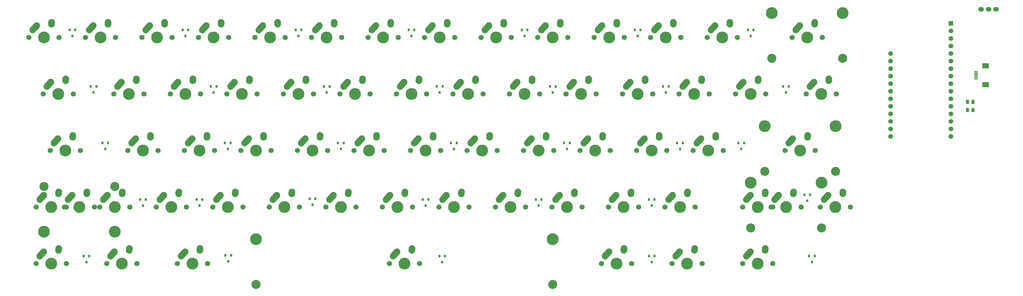
<source format=gbr>
G04 #@! TF.GenerationSoftware,KiCad,Pcbnew,(5.1.10)-1*
G04 #@! TF.CreationDate,2021-07-26T23:03:21+09:00*
G04 #@! TF.ProjectId,Snacks65,536e6163-6b73-4363-952e-6b696361645f,rev?*
G04 #@! TF.SameCoordinates,Original*
G04 #@! TF.FileFunction,Soldermask,Bot*
G04 #@! TF.FilePolarity,Negative*
%FSLAX46Y46*%
G04 Gerber Fmt 4.6, Leading zero omitted, Abs format (unit mm)*
G04 Created by KiCad (PCBNEW (5.1.10)-1) date 2021-07-26 23:03:21*
%MOMM*%
%LPD*%
G01*
G04 APERTURE LIST*
%ADD10O,1.900000X1.500000*%
%ADD11C,1.600000*%
%ADD12R,1.600000X1.600000*%
%ADD13R,1.300000X0.300000*%
%ADD14R,2.200000X1.800000*%
%ADD15C,1.750000*%
%ADD16C,2.250000*%
%ADD17C,3.987800*%
%ADD18C,3.048000*%
%ADD19R,0.800000X0.900000*%
G04 APERTURE END LIST*
D10*
G04 #@! TO.C,SW1*
X346868750Y-19843750D03*
X344368750Y-19843750D03*
X349368750Y-19843750D03*
G04 #@! TD*
D11*
G04 #@! TO.C,A1*
X313848750Y-62706250D03*
X313848750Y-60166250D03*
X313848750Y-57626250D03*
X313848750Y-55086250D03*
X313848750Y-52546250D03*
X313848750Y-50006250D03*
X313848750Y-47466250D03*
X313848750Y-44926250D03*
X313848750Y-42386250D03*
X313848750Y-39846250D03*
X313848750Y-37306250D03*
X313848750Y-34766250D03*
D12*
X334168750Y-24606250D03*
D11*
X334168750Y-27146250D03*
X334168750Y-29686250D03*
X334168750Y-32226250D03*
X334168750Y-34766250D03*
X334168750Y-37306250D03*
X334168750Y-39846250D03*
X334168750Y-42386250D03*
X334168750Y-44926250D03*
X334168750Y-47466250D03*
X334168750Y-50006250D03*
X334168750Y-52546250D03*
X334168750Y-55086250D03*
X334168750Y-57626250D03*
X334168750Y-60166250D03*
X334168750Y-62706250D03*
G04 #@! TD*
D13*
G04 #@! TO.C,J1*
X342637500Y-43318750D03*
X342637500Y-42818750D03*
X342637500Y-42318750D03*
X342637500Y-41818750D03*
X342637500Y-41318750D03*
X342637500Y-40818750D03*
D14*
X345887500Y-38918750D03*
X345887500Y-45218750D03*
G04 #@! TD*
D15*
G04 #@! TO.C,SW60*
X250348750Y-105568750D03*
X240188750Y-105568750D03*
D16*
X242768750Y-101568750D03*
D17*
X245268750Y-105568750D03*
G36*
G01*
X240707438Y-103866100D02*
X240707433Y-103866095D01*
G75*
G02*
X240621405Y-102277433I751317J837345D01*
G01*
X241931407Y-100817433D01*
G75*
G02*
X243520069Y-100731405I837345J-751317D01*
G01*
X243520069Y-100731405D01*
G75*
G02*
X243606097Y-102320067I-751317J-837345D01*
G01*
X242296095Y-103780067D01*
G75*
G02*
X240707433Y-103866095I-837345J751317D01*
G01*
G37*
D16*
X247808750Y-100488750D03*
G36*
G01*
X247692233Y-102191145D02*
X247691347Y-102191084D01*
G75*
G02*
X246646416Y-100991347I77403J1122334D01*
G01*
X246686416Y-100411347D01*
G75*
G02*
X247886153Y-99366416I1122334J-77403D01*
G01*
X247886153Y-99366416D01*
G75*
G02*
X248931084Y-100566153I-77403J-1122334D01*
G01*
X248891084Y-101146153D01*
G75*
G02*
X247691347Y-102191084I-1122334J77403D01*
G01*
G37*
G04 #@! TD*
D15*
G04 #@! TO.C,SW64*
X274161250Y-105568750D03*
X264001250Y-105568750D03*
D16*
X266581250Y-101568750D03*
D17*
X269081250Y-105568750D03*
G36*
G01*
X264519938Y-103866100D02*
X264519933Y-103866095D01*
G75*
G02*
X264433905Y-102277433I751317J837345D01*
G01*
X265743907Y-100817433D01*
G75*
G02*
X267332569Y-100731405I837345J-751317D01*
G01*
X267332569Y-100731405D01*
G75*
G02*
X267418597Y-102320067I-751317J-837345D01*
G01*
X266108595Y-103780067D01*
G75*
G02*
X264519933Y-103866095I-837345J751317D01*
G01*
G37*
D16*
X271621250Y-100488750D03*
G36*
G01*
X271504733Y-102191145D02*
X271503847Y-102191084D01*
G75*
G02*
X270458916Y-100991347I77403J1122334D01*
G01*
X270498916Y-100411347D01*
G75*
G02*
X271698653Y-99366416I1122334J-77403D01*
G01*
X271698653Y-99366416D01*
G75*
G02*
X272743584Y-100566153I-77403J-1122334D01*
G01*
X272703584Y-101146153D01*
G75*
G02*
X271503847Y-102191084I-1122334J77403D01*
G01*
G37*
G04 #@! TD*
D15*
G04 #@! TO.C,SW55*
X226536250Y-105568750D03*
X216376250Y-105568750D03*
D16*
X218956250Y-101568750D03*
D17*
X221456250Y-105568750D03*
G36*
G01*
X216894938Y-103866100D02*
X216894933Y-103866095D01*
G75*
G02*
X216808905Y-102277433I751317J837345D01*
G01*
X218118907Y-100817433D01*
G75*
G02*
X219707569Y-100731405I837345J-751317D01*
G01*
X219707569Y-100731405D01*
G75*
G02*
X219793597Y-102320067I-751317J-837345D01*
G01*
X218483595Y-103780067D01*
G75*
G02*
X216894933Y-103866095I-837345J751317D01*
G01*
G37*
D16*
X223996250Y-100488750D03*
G36*
G01*
X223879733Y-102191145D02*
X223878847Y-102191084D01*
G75*
G02*
X222833916Y-100991347I77403J1122334D01*
G01*
X222873916Y-100411347D01*
G75*
G02*
X224073653Y-99366416I1122334J-77403D01*
G01*
X224073653Y-99366416D01*
G75*
G02*
X225118584Y-100566153I-77403J-1122334D01*
G01*
X225078584Y-101146153D01*
G75*
G02*
X223878847Y-102191084I-1122334J77403D01*
G01*
G37*
G04 #@! TD*
D17*
G04 #@! TO.C,SW68*
X297688000Y-21113750D03*
X273812000Y-21113750D03*
D18*
X297688000Y-36353750D03*
X273812000Y-36353750D03*
D15*
X290830000Y-29368750D03*
X280670000Y-29368750D03*
D16*
X283250000Y-25368750D03*
D17*
X285750000Y-29368750D03*
G36*
G01*
X281188688Y-27666100D02*
X281188683Y-27666095D01*
G75*
G02*
X281102655Y-26077433I751317J837345D01*
G01*
X282412657Y-24617433D01*
G75*
G02*
X284001319Y-24531405I837345J-751317D01*
G01*
X284001319Y-24531405D01*
G75*
G02*
X284087347Y-26120067I-751317J-837345D01*
G01*
X282777345Y-27580067D01*
G75*
G02*
X281188683Y-27666095I-837345J751317D01*
G01*
G37*
D16*
X288290000Y-24288750D03*
G36*
G01*
X288173483Y-25991145D02*
X288172597Y-25991084D01*
G75*
G02*
X287127666Y-24791347I77403J1122334D01*
G01*
X287167666Y-24211347D01*
G75*
G02*
X288367403Y-23166416I1122334J-77403D01*
G01*
X288367403Y-23166416D01*
G75*
G02*
X289412334Y-24366153I-77403J-1122334D01*
G01*
X289372334Y-24946153D01*
G75*
G02*
X288172597Y-25991084I-1122334J77403D01*
G01*
G37*
G04 #@! TD*
D17*
G04 #@! TO.C,SW67*
X290544250Y-78263750D03*
X266668250Y-78263750D03*
D18*
X290544250Y-93503750D03*
X266668250Y-93503750D03*
D15*
X283686250Y-86518750D03*
X273526250Y-86518750D03*
D16*
X276106250Y-82518750D03*
D17*
X278606250Y-86518750D03*
G36*
G01*
X274044938Y-84816100D02*
X274044933Y-84816095D01*
G75*
G02*
X273958905Y-83227433I751317J837345D01*
G01*
X275268907Y-81767433D01*
G75*
G02*
X276857569Y-81681405I837345J-751317D01*
G01*
X276857569Y-81681405D01*
G75*
G02*
X276943597Y-83270067I-751317J-837345D01*
G01*
X275633595Y-84730067D01*
G75*
G02*
X274044933Y-84816095I-837345J751317D01*
G01*
G37*
D16*
X281146250Y-81438750D03*
G36*
G01*
X281029733Y-83141145D02*
X281028847Y-83141084D01*
G75*
G02*
X279983916Y-81941347I77403J1122334D01*
G01*
X280023916Y-81361347D01*
G75*
G02*
X281223653Y-80316416I1122334J-77403D01*
G01*
X281223653Y-80316416D01*
G75*
G02*
X282268584Y-81516153I-77403J-1122334D01*
G01*
X282228584Y-82096153D01*
G75*
G02*
X281028847Y-83141084I-1122334J77403D01*
G01*
G37*
G04 #@! TD*
D17*
G04 #@! TO.C,SW66*
X52419250Y-94773750D03*
X28543250Y-94773750D03*
D18*
X52419250Y-79533750D03*
X28543250Y-79533750D03*
D15*
X45561250Y-86518750D03*
X35401250Y-86518750D03*
D16*
X37981250Y-82518750D03*
D17*
X40481250Y-86518750D03*
G36*
G01*
X35919938Y-84816100D02*
X35919933Y-84816095D01*
G75*
G02*
X35833905Y-83227433I751317J837345D01*
G01*
X37143907Y-81767433D01*
G75*
G02*
X38732569Y-81681405I837345J-751317D01*
G01*
X38732569Y-81681405D01*
G75*
G02*
X38818597Y-83270067I-751317J-837345D01*
G01*
X37508595Y-84730067D01*
G75*
G02*
X35919933Y-84816095I-837345J751317D01*
G01*
G37*
D16*
X43021250Y-81438750D03*
G36*
G01*
X42904733Y-83141145D02*
X42903847Y-83141084D01*
G75*
G02*
X41858916Y-81941347I77403J1122334D01*
G01*
X41898916Y-81361347D01*
G75*
G02*
X43098653Y-80316416I1122334J-77403D01*
G01*
X43098653Y-80316416D01*
G75*
G02*
X44143584Y-81516153I-77403J-1122334D01*
G01*
X44103584Y-82096153D01*
G75*
G02*
X42903847Y-83141084I-1122334J77403D01*
G01*
G37*
G04 #@! TD*
D15*
G04 #@! TO.C,SW63*
X300355000Y-86518750D03*
X290195000Y-86518750D03*
D16*
X292775000Y-82518750D03*
D17*
X295275000Y-86518750D03*
G36*
G01*
X290713688Y-84816100D02*
X290713683Y-84816095D01*
G75*
G02*
X290627655Y-83227433I751317J837345D01*
G01*
X291937657Y-81767433D01*
G75*
G02*
X293526319Y-81681405I837345J-751317D01*
G01*
X293526319Y-81681405D01*
G75*
G02*
X293612347Y-83270067I-751317J-837345D01*
G01*
X292302345Y-84730067D01*
G75*
G02*
X290713683Y-84816095I-837345J751317D01*
G01*
G37*
D16*
X297815000Y-81438750D03*
G36*
G01*
X297698483Y-83141145D02*
X297697597Y-83141084D01*
G75*
G02*
X296652666Y-81941347I77403J1122334D01*
G01*
X296692666Y-81361347D01*
G75*
G02*
X297892403Y-80316416I1122334J-77403D01*
G01*
X297892403Y-80316416D01*
G75*
G02*
X298937334Y-81516153I-77403J-1122334D01*
G01*
X298897334Y-82096153D01*
G75*
G02*
X297697597Y-83141084I-1122334J77403D01*
G01*
G37*
G04 #@! TD*
D15*
G04 #@! TO.C,SW62*
X295592500Y-48418750D03*
X285432500Y-48418750D03*
D16*
X288012500Y-44418750D03*
D17*
X290512500Y-48418750D03*
G36*
G01*
X285951188Y-46716100D02*
X285951183Y-46716095D01*
G75*
G02*
X285865155Y-45127433I751317J837345D01*
G01*
X287175157Y-43667433D01*
G75*
G02*
X288763819Y-43581405I837345J-751317D01*
G01*
X288763819Y-43581405D01*
G75*
G02*
X288849847Y-45170067I-751317J-837345D01*
G01*
X287539845Y-46630067D01*
G75*
G02*
X285951183Y-46716095I-837345J751317D01*
G01*
G37*
D16*
X293052500Y-43338750D03*
G36*
G01*
X292935983Y-45041145D02*
X292935097Y-45041084D01*
G75*
G02*
X291890166Y-43841347I77403J1122334D01*
G01*
X291930166Y-43261347D01*
G75*
G02*
X293129903Y-42216416I1122334J-77403D01*
G01*
X293129903Y-42216416D01*
G75*
G02*
X294174834Y-43416153I-77403J-1122334D01*
G01*
X294134834Y-43996153D01*
G75*
G02*
X292935097Y-45041084I-1122334J77403D01*
G01*
G37*
G04 #@! TD*
D15*
G04 #@! TO.C,SW59*
X274161250Y-86518750D03*
X264001250Y-86518750D03*
D16*
X266581250Y-82518750D03*
D17*
X269081250Y-86518750D03*
G36*
G01*
X264519938Y-84816100D02*
X264519933Y-84816095D01*
G75*
G02*
X264433905Y-83227433I751317J837345D01*
G01*
X265743907Y-81767433D01*
G75*
G02*
X267332569Y-81681405I837345J-751317D01*
G01*
X267332569Y-81681405D01*
G75*
G02*
X267418597Y-83270067I-751317J-837345D01*
G01*
X266108595Y-84730067D01*
G75*
G02*
X264519933Y-84816095I-837345J751317D01*
G01*
G37*
D16*
X271621250Y-81438750D03*
G36*
G01*
X271504733Y-83141145D02*
X271503847Y-83141084D01*
G75*
G02*
X270458916Y-81941347I77403J1122334D01*
G01*
X270498916Y-81361347D01*
G75*
G02*
X271698653Y-80316416I1122334J-77403D01*
G01*
X271698653Y-80316416D01*
G75*
G02*
X272743584Y-81516153I-77403J-1122334D01*
G01*
X272703584Y-82096153D01*
G75*
G02*
X271503847Y-83141084I-1122334J77403D01*
G01*
G37*
G04 #@! TD*
D17*
G04 #@! TO.C,SW58*
X295306750Y-59213750D03*
X271430750Y-59213750D03*
D18*
X295306750Y-74453750D03*
X271430750Y-74453750D03*
D15*
X288448750Y-67468750D03*
X278288750Y-67468750D03*
D16*
X280868750Y-63468750D03*
D17*
X283368750Y-67468750D03*
G36*
G01*
X278807438Y-65766100D02*
X278807433Y-65766095D01*
G75*
G02*
X278721405Y-64177433I751317J837345D01*
G01*
X280031407Y-62717433D01*
G75*
G02*
X281620069Y-62631405I837345J-751317D01*
G01*
X281620069Y-62631405D01*
G75*
G02*
X281706097Y-64220067I-751317J-837345D01*
G01*
X280396095Y-65680067D01*
G75*
G02*
X278807433Y-65766095I-837345J751317D01*
G01*
G37*
D16*
X285908750Y-62388750D03*
G36*
G01*
X285792233Y-64091145D02*
X285791347Y-64091084D01*
G75*
G02*
X284746416Y-62891347I77403J1122334D01*
G01*
X284786416Y-62311347D01*
G75*
G02*
X285986153Y-61266416I1122334J-77403D01*
G01*
X285986153Y-61266416D01*
G75*
G02*
X287031084Y-62466153I-77403J-1122334D01*
G01*
X286991084Y-63046153D01*
G75*
G02*
X285791347Y-64091084I-1122334J77403D01*
G01*
G37*
G04 #@! TD*
D15*
G04 #@! TO.C,SW57*
X271780000Y-48418750D03*
X261620000Y-48418750D03*
D16*
X264200000Y-44418750D03*
D17*
X266700000Y-48418750D03*
G36*
G01*
X262138688Y-46716100D02*
X262138683Y-46716095D01*
G75*
G02*
X262052655Y-45127433I751317J837345D01*
G01*
X263362657Y-43667433D01*
G75*
G02*
X264951319Y-43581405I837345J-751317D01*
G01*
X264951319Y-43581405D01*
G75*
G02*
X265037347Y-45170067I-751317J-837345D01*
G01*
X263727345Y-46630067D01*
G75*
G02*
X262138683Y-46716095I-837345J751317D01*
G01*
G37*
D16*
X269240000Y-43338750D03*
G36*
G01*
X269123483Y-45041145D02*
X269122597Y-45041084D01*
G75*
G02*
X268077666Y-43841347I77403J1122334D01*
G01*
X268117666Y-43261347D01*
G75*
G02*
X269317403Y-42216416I1122334J-77403D01*
G01*
X269317403Y-42216416D01*
G75*
G02*
X270362334Y-43416153I-77403J-1122334D01*
G01*
X270322334Y-43996153D01*
G75*
G02*
X269122597Y-45041084I-1122334J77403D01*
G01*
G37*
G04 #@! TD*
D15*
G04 #@! TO.C,SW56*
X262255000Y-29368750D03*
X252095000Y-29368750D03*
D16*
X254675000Y-25368750D03*
D17*
X257175000Y-29368750D03*
G36*
G01*
X252613688Y-27666100D02*
X252613683Y-27666095D01*
G75*
G02*
X252527655Y-26077433I751317J837345D01*
G01*
X253837657Y-24617433D01*
G75*
G02*
X255426319Y-24531405I837345J-751317D01*
G01*
X255426319Y-24531405D01*
G75*
G02*
X255512347Y-26120067I-751317J-837345D01*
G01*
X254202345Y-27580067D01*
G75*
G02*
X252613683Y-27666095I-837345J751317D01*
G01*
G37*
D16*
X259715000Y-24288750D03*
G36*
G01*
X259598483Y-25991145D02*
X259597597Y-25991084D01*
G75*
G02*
X258552666Y-24791347I77403J1122334D01*
G01*
X258592666Y-24211347D01*
G75*
G02*
X259792403Y-23166416I1122334J-77403D01*
G01*
X259792403Y-23166416D01*
G75*
G02*
X260837334Y-24366153I-77403J-1122334D01*
G01*
X260797334Y-24946153D01*
G75*
G02*
X259597597Y-25991084I-1122334J77403D01*
G01*
G37*
G04 #@! TD*
D15*
G04 #@! TO.C,SW54*
X247967500Y-86518750D03*
X237807500Y-86518750D03*
D16*
X240387500Y-82518750D03*
D17*
X242887500Y-86518750D03*
G36*
G01*
X238326188Y-84816100D02*
X238326183Y-84816095D01*
G75*
G02*
X238240155Y-83227433I751317J837345D01*
G01*
X239550157Y-81767433D01*
G75*
G02*
X241138819Y-81681405I837345J-751317D01*
G01*
X241138819Y-81681405D01*
G75*
G02*
X241224847Y-83270067I-751317J-837345D01*
G01*
X239914845Y-84730067D01*
G75*
G02*
X238326183Y-84816095I-837345J751317D01*
G01*
G37*
D16*
X245427500Y-81438750D03*
G36*
G01*
X245310983Y-83141145D02*
X245310097Y-83141084D01*
G75*
G02*
X244265166Y-81941347I77403J1122334D01*
G01*
X244305166Y-81361347D01*
G75*
G02*
X245504903Y-80316416I1122334J-77403D01*
G01*
X245504903Y-80316416D01*
G75*
G02*
X246549834Y-81516153I-77403J-1122334D01*
G01*
X246509834Y-82096153D01*
G75*
G02*
X245310097Y-83141084I-1122334J77403D01*
G01*
G37*
G04 #@! TD*
D15*
G04 #@! TO.C,SW53*
X257492500Y-67468750D03*
X247332500Y-67468750D03*
D16*
X249912500Y-63468750D03*
D17*
X252412500Y-67468750D03*
G36*
G01*
X247851188Y-65766100D02*
X247851183Y-65766095D01*
G75*
G02*
X247765155Y-64177433I751317J837345D01*
G01*
X249075157Y-62717433D01*
G75*
G02*
X250663819Y-62631405I837345J-751317D01*
G01*
X250663819Y-62631405D01*
G75*
G02*
X250749847Y-64220067I-751317J-837345D01*
G01*
X249439845Y-65680067D01*
G75*
G02*
X247851183Y-65766095I-837345J751317D01*
G01*
G37*
D16*
X254952500Y-62388750D03*
G36*
G01*
X254835983Y-64091145D02*
X254835097Y-64091084D01*
G75*
G02*
X253790166Y-62891347I77403J1122334D01*
G01*
X253830166Y-62311347D01*
G75*
G02*
X255029903Y-61266416I1122334J-77403D01*
G01*
X255029903Y-61266416D01*
G75*
G02*
X256074834Y-62466153I-77403J-1122334D01*
G01*
X256034834Y-63046153D01*
G75*
G02*
X254835097Y-64091084I-1122334J77403D01*
G01*
G37*
G04 #@! TD*
D15*
G04 #@! TO.C,SW52*
X252730000Y-48418750D03*
X242570000Y-48418750D03*
D16*
X245150000Y-44418750D03*
D17*
X247650000Y-48418750D03*
G36*
G01*
X243088688Y-46716100D02*
X243088683Y-46716095D01*
G75*
G02*
X243002655Y-45127433I751317J837345D01*
G01*
X244312657Y-43667433D01*
G75*
G02*
X245901319Y-43581405I837345J-751317D01*
G01*
X245901319Y-43581405D01*
G75*
G02*
X245987347Y-45170067I-751317J-837345D01*
G01*
X244677345Y-46630067D01*
G75*
G02*
X243088683Y-46716095I-837345J751317D01*
G01*
G37*
D16*
X250190000Y-43338750D03*
G36*
G01*
X250073483Y-45041145D02*
X250072597Y-45041084D01*
G75*
G02*
X249027666Y-43841347I77403J1122334D01*
G01*
X249067666Y-43261347D01*
G75*
G02*
X250267403Y-42216416I1122334J-77403D01*
G01*
X250267403Y-42216416D01*
G75*
G02*
X251312334Y-43416153I-77403J-1122334D01*
G01*
X251272334Y-43996153D01*
G75*
G02*
X250072597Y-45041084I-1122334J77403D01*
G01*
G37*
G04 #@! TD*
D15*
G04 #@! TO.C,SW51*
X243205000Y-29368750D03*
X233045000Y-29368750D03*
D16*
X235625000Y-25368750D03*
D17*
X238125000Y-29368750D03*
G36*
G01*
X233563688Y-27666100D02*
X233563683Y-27666095D01*
G75*
G02*
X233477655Y-26077433I751317J837345D01*
G01*
X234787657Y-24617433D01*
G75*
G02*
X236376319Y-24531405I837345J-751317D01*
G01*
X236376319Y-24531405D01*
G75*
G02*
X236462347Y-26120067I-751317J-837345D01*
G01*
X235152345Y-27580067D01*
G75*
G02*
X233563683Y-27666095I-837345J751317D01*
G01*
G37*
D16*
X240665000Y-24288750D03*
G36*
G01*
X240548483Y-25991145D02*
X240547597Y-25991084D01*
G75*
G02*
X239502666Y-24791347I77403J1122334D01*
G01*
X239542666Y-24211347D01*
G75*
G02*
X240742403Y-23166416I1122334J-77403D01*
G01*
X240742403Y-23166416D01*
G75*
G02*
X241787334Y-24366153I-77403J-1122334D01*
G01*
X241747334Y-24946153D01*
G75*
G02*
X240547597Y-25991084I-1122334J77403D01*
G01*
G37*
G04 #@! TD*
D15*
G04 #@! TO.C,SW49*
X228917500Y-86518750D03*
X218757500Y-86518750D03*
D16*
X221337500Y-82518750D03*
D17*
X223837500Y-86518750D03*
G36*
G01*
X219276188Y-84816100D02*
X219276183Y-84816095D01*
G75*
G02*
X219190155Y-83227433I751317J837345D01*
G01*
X220500157Y-81767433D01*
G75*
G02*
X222088819Y-81681405I837345J-751317D01*
G01*
X222088819Y-81681405D01*
G75*
G02*
X222174847Y-83270067I-751317J-837345D01*
G01*
X220864845Y-84730067D01*
G75*
G02*
X219276183Y-84816095I-837345J751317D01*
G01*
G37*
D16*
X226377500Y-81438750D03*
G36*
G01*
X226260983Y-83141145D02*
X226260097Y-83141084D01*
G75*
G02*
X225215166Y-81941347I77403J1122334D01*
G01*
X225255166Y-81361347D01*
G75*
G02*
X226454903Y-80316416I1122334J-77403D01*
G01*
X226454903Y-80316416D01*
G75*
G02*
X227499834Y-81516153I-77403J-1122334D01*
G01*
X227459834Y-82096153D01*
G75*
G02*
X226260097Y-83141084I-1122334J77403D01*
G01*
G37*
G04 #@! TD*
D15*
G04 #@! TO.C,SW48*
X238442500Y-67468750D03*
X228282500Y-67468750D03*
D16*
X230862500Y-63468750D03*
D17*
X233362500Y-67468750D03*
G36*
G01*
X228801188Y-65766100D02*
X228801183Y-65766095D01*
G75*
G02*
X228715155Y-64177433I751317J837345D01*
G01*
X230025157Y-62717433D01*
G75*
G02*
X231613819Y-62631405I837345J-751317D01*
G01*
X231613819Y-62631405D01*
G75*
G02*
X231699847Y-64220067I-751317J-837345D01*
G01*
X230389845Y-65680067D01*
G75*
G02*
X228801183Y-65766095I-837345J751317D01*
G01*
G37*
D16*
X235902500Y-62388750D03*
G36*
G01*
X235785983Y-64091145D02*
X235785097Y-64091084D01*
G75*
G02*
X234740166Y-62891347I77403J1122334D01*
G01*
X234780166Y-62311347D01*
G75*
G02*
X235979903Y-61266416I1122334J-77403D01*
G01*
X235979903Y-61266416D01*
G75*
G02*
X237024834Y-62466153I-77403J-1122334D01*
G01*
X236984834Y-63046153D01*
G75*
G02*
X235785097Y-64091084I-1122334J77403D01*
G01*
G37*
G04 #@! TD*
D15*
G04 #@! TO.C,SW47*
X233680000Y-48418750D03*
X223520000Y-48418750D03*
D16*
X226100000Y-44418750D03*
D17*
X228600000Y-48418750D03*
G36*
G01*
X224038688Y-46716100D02*
X224038683Y-46716095D01*
G75*
G02*
X223952655Y-45127433I751317J837345D01*
G01*
X225262657Y-43667433D01*
G75*
G02*
X226851319Y-43581405I837345J-751317D01*
G01*
X226851319Y-43581405D01*
G75*
G02*
X226937347Y-45170067I-751317J-837345D01*
G01*
X225627345Y-46630067D01*
G75*
G02*
X224038683Y-46716095I-837345J751317D01*
G01*
G37*
D16*
X231140000Y-43338750D03*
G36*
G01*
X231023483Y-45041145D02*
X231022597Y-45041084D01*
G75*
G02*
X229977666Y-43841347I77403J1122334D01*
G01*
X230017666Y-43261347D01*
G75*
G02*
X231217403Y-42216416I1122334J-77403D01*
G01*
X231217403Y-42216416D01*
G75*
G02*
X232262334Y-43416153I-77403J-1122334D01*
G01*
X232222334Y-43996153D01*
G75*
G02*
X231022597Y-45041084I-1122334J77403D01*
G01*
G37*
G04 #@! TD*
D15*
G04 #@! TO.C,SW46*
X224155000Y-29368750D03*
X213995000Y-29368750D03*
D16*
X216575000Y-25368750D03*
D17*
X219075000Y-29368750D03*
G36*
G01*
X214513688Y-27666100D02*
X214513683Y-27666095D01*
G75*
G02*
X214427655Y-26077433I751317J837345D01*
G01*
X215737657Y-24617433D01*
G75*
G02*
X217326319Y-24531405I837345J-751317D01*
G01*
X217326319Y-24531405D01*
G75*
G02*
X217412347Y-26120067I-751317J-837345D01*
G01*
X216102345Y-27580067D01*
G75*
G02*
X214513683Y-27666095I-837345J751317D01*
G01*
G37*
D16*
X221615000Y-24288750D03*
G36*
G01*
X221498483Y-25991145D02*
X221497597Y-25991084D01*
G75*
G02*
X220452666Y-24791347I77403J1122334D01*
G01*
X220492666Y-24211347D01*
G75*
G02*
X221692403Y-23166416I1122334J-77403D01*
G01*
X221692403Y-23166416D01*
G75*
G02*
X222737334Y-24366153I-77403J-1122334D01*
G01*
X222697334Y-24946153D01*
G75*
G02*
X221497597Y-25991084I-1122334J77403D01*
G01*
G37*
G04 #@! TD*
D15*
G04 #@! TO.C,SW45*
X209867500Y-86518750D03*
X199707500Y-86518750D03*
D16*
X202287500Y-82518750D03*
D17*
X204787500Y-86518750D03*
G36*
G01*
X200226188Y-84816100D02*
X200226183Y-84816095D01*
G75*
G02*
X200140155Y-83227433I751317J837345D01*
G01*
X201450157Y-81767433D01*
G75*
G02*
X203038819Y-81681405I837345J-751317D01*
G01*
X203038819Y-81681405D01*
G75*
G02*
X203124847Y-83270067I-751317J-837345D01*
G01*
X201814845Y-84730067D01*
G75*
G02*
X200226183Y-84816095I-837345J751317D01*
G01*
G37*
D16*
X207327500Y-81438750D03*
G36*
G01*
X207210983Y-83141145D02*
X207210097Y-83141084D01*
G75*
G02*
X206165166Y-81941347I77403J1122334D01*
G01*
X206205166Y-81361347D01*
G75*
G02*
X207404903Y-80316416I1122334J-77403D01*
G01*
X207404903Y-80316416D01*
G75*
G02*
X208449834Y-81516153I-77403J-1122334D01*
G01*
X208409834Y-82096153D01*
G75*
G02*
X207210097Y-83141084I-1122334J77403D01*
G01*
G37*
G04 #@! TD*
D15*
G04 #@! TO.C,SW44*
X219392500Y-67468750D03*
X209232500Y-67468750D03*
D16*
X211812500Y-63468750D03*
D17*
X214312500Y-67468750D03*
G36*
G01*
X209751188Y-65766100D02*
X209751183Y-65766095D01*
G75*
G02*
X209665155Y-64177433I751317J837345D01*
G01*
X210975157Y-62717433D01*
G75*
G02*
X212563819Y-62631405I837345J-751317D01*
G01*
X212563819Y-62631405D01*
G75*
G02*
X212649847Y-64220067I-751317J-837345D01*
G01*
X211339845Y-65680067D01*
G75*
G02*
X209751183Y-65766095I-837345J751317D01*
G01*
G37*
D16*
X216852500Y-62388750D03*
G36*
G01*
X216735983Y-64091145D02*
X216735097Y-64091084D01*
G75*
G02*
X215690166Y-62891347I77403J1122334D01*
G01*
X215730166Y-62311347D01*
G75*
G02*
X216929903Y-61266416I1122334J-77403D01*
G01*
X216929903Y-61266416D01*
G75*
G02*
X217974834Y-62466153I-77403J-1122334D01*
G01*
X217934834Y-63046153D01*
G75*
G02*
X216735097Y-64091084I-1122334J77403D01*
G01*
G37*
G04 #@! TD*
D15*
G04 #@! TO.C,SW43*
X214630000Y-48418750D03*
X204470000Y-48418750D03*
D16*
X207050000Y-44418750D03*
D17*
X209550000Y-48418750D03*
G36*
G01*
X204988688Y-46716100D02*
X204988683Y-46716095D01*
G75*
G02*
X204902655Y-45127433I751317J837345D01*
G01*
X206212657Y-43667433D01*
G75*
G02*
X207801319Y-43581405I837345J-751317D01*
G01*
X207801319Y-43581405D01*
G75*
G02*
X207887347Y-45170067I-751317J-837345D01*
G01*
X206577345Y-46630067D01*
G75*
G02*
X204988683Y-46716095I-837345J751317D01*
G01*
G37*
D16*
X212090000Y-43338750D03*
G36*
G01*
X211973483Y-45041145D02*
X211972597Y-45041084D01*
G75*
G02*
X210927666Y-43841347I77403J1122334D01*
G01*
X210967666Y-43261347D01*
G75*
G02*
X212167403Y-42216416I1122334J-77403D01*
G01*
X212167403Y-42216416D01*
G75*
G02*
X213212334Y-43416153I-77403J-1122334D01*
G01*
X213172334Y-43996153D01*
G75*
G02*
X211972597Y-45041084I-1122334J77403D01*
G01*
G37*
G04 #@! TD*
D15*
G04 #@! TO.C,SW42*
X205105000Y-29368750D03*
X194945000Y-29368750D03*
D16*
X197525000Y-25368750D03*
D17*
X200025000Y-29368750D03*
G36*
G01*
X195463688Y-27666100D02*
X195463683Y-27666095D01*
G75*
G02*
X195377655Y-26077433I751317J837345D01*
G01*
X196687657Y-24617433D01*
G75*
G02*
X198276319Y-24531405I837345J-751317D01*
G01*
X198276319Y-24531405D01*
G75*
G02*
X198362347Y-26120067I-751317J-837345D01*
G01*
X197052345Y-27580067D01*
G75*
G02*
X195463683Y-27666095I-837345J751317D01*
G01*
G37*
D16*
X202565000Y-24288750D03*
G36*
G01*
X202448483Y-25991145D02*
X202447597Y-25991084D01*
G75*
G02*
X201402666Y-24791347I77403J1122334D01*
G01*
X201442666Y-24211347D01*
G75*
G02*
X202642403Y-23166416I1122334J-77403D01*
G01*
X202642403Y-23166416D01*
G75*
G02*
X203687334Y-24366153I-77403J-1122334D01*
G01*
X203647334Y-24946153D01*
G75*
G02*
X202447597Y-25991084I-1122334J77403D01*
G01*
G37*
G04 #@! TD*
D15*
G04 #@! TO.C,SW41*
X190817500Y-86518750D03*
X180657500Y-86518750D03*
D16*
X183237500Y-82518750D03*
D17*
X185737500Y-86518750D03*
G36*
G01*
X181176188Y-84816100D02*
X181176183Y-84816095D01*
G75*
G02*
X181090155Y-83227433I751317J837345D01*
G01*
X182400157Y-81767433D01*
G75*
G02*
X183988819Y-81681405I837345J-751317D01*
G01*
X183988819Y-81681405D01*
G75*
G02*
X184074847Y-83270067I-751317J-837345D01*
G01*
X182764845Y-84730067D01*
G75*
G02*
X181176183Y-84816095I-837345J751317D01*
G01*
G37*
D16*
X188277500Y-81438750D03*
G36*
G01*
X188160983Y-83141145D02*
X188160097Y-83141084D01*
G75*
G02*
X187115166Y-81941347I77403J1122334D01*
G01*
X187155166Y-81361347D01*
G75*
G02*
X188354903Y-80316416I1122334J-77403D01*
G01*
X188354903Y-80316416D01*
G75*
G02*
X189399834Y-81516153I-77403J-1122334D01*
G01*
X189359834Y-82096153D01*
G75*
G02*
X188160097Y-83141084I-1122334J77403D01*
G01*
G37*
G04 #@! TD*
D15*
G04 #@! TO.C,SW40*
X200342500Y-67468750D03*
X190182500Y-67468750D03*
D16*
X192762500Y-63468750D03*
D17*
X195262500Y-67468750D03*
G36*
G01*
X190701188Y-65766100D02*
X190701183Y-65766095D01*
G75*
G02*
X190615155Y-64177433I751317J837345D01*
G01*
X191925157Y-62717433D01*
G75*
G02*
X193513819Y-62631405I837345J-751317D01*
G01*
X193513819Y-62631405D01*
G75*
G02*
X193599847Y-64220067I-751317J-837345D01*
G01*
X192289845Y-65680067D01*
G75*
G02*
X190701183Y-65766095I-837345J751317D01*
G01*
G37*
D16*
X197802500Y-62388750D03*
G36*
G01*
X197685983Y-64091145D02*
X197685097Y-64091084D01*
G75*
G02*
X196640166Y-62891347I77403J1122334D01*
G01*
X196680166Y-62311347D01*
G75*
G02*
X197879903Y-61266416I1122334J-77403D01*
G01*
X197879903Y-61266416D01*
G75*
G02*
X198924834Y-62466153I-77403J-1122334D01*
G01*
X198884834Y-63046153D01*
G75*
G02*
X197685097Y-64091084I-1122334J77403D01*
G01*
G37*
G04 #@! TD*
D15*
G04 #@! TO.C,SW39*
X195580000Y-48418750D03*
X185420000Y-48418750D03*
D16*
X188000000Y-44418750D03*
D17*
X190500000Y-48418750D03*
G36*
G01*
X185938688Y-46716100D02*
X185938683Y-46716095D01*
G75*
G02*
X185852655Y-45127433I751317J837345D01*
G01*
X187162657Y-43667433D01*
G75*
G02*
X188751319Y-43581405I837345J-751317D01*
G01*
X188751319Y-43581405D01*
G75*
G02*
X188837347Y-45170067I-751317J-837345D01*
G01*
X187527345Y-46630067D01*
G75*
G02*
X185938683Y-46716095I-837345J751317D01*
G01*
G37*
D16*
X193040000Y-43338750D03*
G36*
G01*
X192923483Y-45041145D02*
X192922597Y-45041084D01*
G75*
G02*
X191877666Y-43841347I77403J1122334D01*
G01*
X191917666Y-43261347D01*
G75*
G02*
X193117403Y-42216416I1122334J-77403D01*
G01*
X193117403Y-42216416D01*
G75*
G02*
X194162334Y-43416153I-77403J-1122334D01*
G01*
X194122334Y-43996153D01*
G75*
G02*
X192922597Y-45041084I-1122334J77403D01*
G01*
G37*
G04 #@! TD*
D15*
G04 #@! TO.C,SW38*
X186055000Y-29368750D03*
X175895000Y-29368750D03*
D16*
X178475000Y-25368750D03*
D17*
X180975000Y-29368750D03*
G36*
G01*
X176413688Y-27666100D02*
X176413683Y-27666095D01*
G75*
G02*
X176327655Y-26077433I751317J837345D01*
G01*
X177637657Y-24617433D01*
G75*
G02*
X179226319Y-24531405I837345J-751317D01*
G01*
X179226319Y-24531405D01*
G75*
G02*
X179312347Y-26120067I-751317J-837345D01*
G01*
X178002345Y-27580067D01*
G75*
G02*
X176413683Y-27666095I-837345J751317D01*
G01*
G37*
D16*
X183515000Y-24288750D03*
G36*
G01*
X183398483Y-25991145D02*
X183397597Y-25991084D01*
G75*
G02*
X182352666Y-24791347I77403J1122334D01*
G01*
X182392666Y-24211347D01*
G75*
G02*
X183592403Y-23166416I1122334J-77403D01*
G01*
X183592403Y-23166416D01*
G75*
G02*
X184637334Y-24366153I-77403J-1122334D01*
G01*
X184597334Y-24946153D01*
G75*
G02*
X183397597Y-25991084I-1122334J77403D01*
G01*
G37*
G04 #@! TD*
D15*
G04 #@! TO.C,SW37*
X171767500Y-86518750D03*
X161607500Y-86518750D03*
D16*
X164187500Y-82518750D03*
D17*
X166687500Y-86518750D03*
G36*
G01*
X162126188Y-84816100D02*
X162126183Y-84816095D01*
G75*
G02*
X162040155Y-83227433I751317J837345D01*
G01*
X163350157Y-81767433D01*
G75*
G02*
X164938819Y-81681405I837345J-751317D01*
G01*
X164938819Y-81681405D01*
G75*
G02*
X165024847Y-83270067I-751317J-837345D01*
G01*
X163714845Y-84730067D01*
G75*
G02*
X162126183Y-84816095I-837345J751317D01*
G01*
G37*
D16*
X169227500Y-81438750D03*
G36*
G01*
X169110983Y-83141145D02*
X169110097Y-83141084D01*
G75*
G02*
X168065166Y-81941347I77403J1122334D01*
G01*
X168105166Y-81361347D01*
G75*
G02*
X169304903Y-80316416I1122334J-77403D01*
G01*
X169304903Y-80316416D01*
G75*
G02*
X170349834Y-81516153I-77403J-1122334D01*
G01*
X170309834Y-82096153D01*
G75*
G02*
X169110097Y-83141084I-1122334J77403D01*
G01*
G37*
G04 #@! TD*
D15*
G04 #@! TO.C,SW36*
X181292500Y-67468750D03*
X171132500Y-67468750D03*
D16*
X173712500Y-63468750D03*
D17*
X176212500Y-67468750D03*
G36*
G01*
X171651188Y-65766100D02*
X171651183Y-65766095D01*
G75*
G02*
X171565155Y-64177433I751317J837345D01*
G01*
X172875157Y-62717433D01*
G75*
G02*
X174463819Y-62631405I837345J-751317D01*
G01*
X174463819Y-62631405D01*
G75*
G02*
X174549847Y-64220067I-751317J-837345D01*
G01*
X173239845Y-65680067D01*
G75*
G02*
X171651183Y-65766095I-837345J751317D01*
G01*
G37*
D16*
X178752500Y-62388750D03*
G36*
G01*
X178635983Y-64091145D02*
X178635097Y-64091084D01*
G75*
G02*
X177590166Y-62891347I77403J1122334D01*
G01*
X177630166Y-62311347D01*
G75*
G02*
X178829903Y-61266416I1122334J-77403D01*
G01*
X178829903Y-61266416D01*
G75*
G02*
X179874834Y-62466153I-77403J-1122334D01*
G01*
X179834834Y-63046153D01*
G75*
G02*
X178635097Y-64091084I-1122334J77403D01*
G01*
G37*
G04 #@! TD*
D15*
G04 #@! TO.C,SW35*
X176530000Y-48418750D03*
X166370000Y-48418750D03*
D16*
X168950000Y-44418750D03*
D17*
X171450000Y-48418750D03*
G36*
G01*
X166888688Y-46716100D02*
X166888683Y-46716095D01*
G75*
G02*
X166802655Y-45127433I751317J837345D01*
G01*
X168112657Y-43667433D01*
G75*
G02*
X169701319Y-43581405I837345J-751317D01*
G01*
X169701319Y-43581405D01*
G75*
G02*
X169787347Y-45170067I-751317J-837345D01*
G01*
X168477345Y-46630067D01*
G75*
G02*
X166888683Y-46716095I-837345J751317D01*
G01*
G37*
D16*
X173990000Y-43338750D03*
G36*
G01*
X173873483Y-45041145D02*
X173872597Y-45041084D01*
G75*
G02*
X172827666Y-43841347I77403J1122334D01*
G01*
X172867666Y-43261347D01*
G75*
G02*
X174067403Y-42216416I1122334J-77403D01*
G01*
X174067403Y-42216416D01*
G75*
G02*
X175112334Y-43416153I-77403J-1122334D01*
G01*
X175072334Y-43996153D01*
G75*
G02*
X173872597Y-45041084I-1122334J77403D01*
G01*
G37*
G04 #@! TD*
D15*
G04 #@! TO.C,SW34*
X167005000Y-29368750D03*
X156845000Y-29368750D03*
D16*
X159425000Y-25368750D03*
D17*
X161925000Y-29368750D03*
G36*
G01*
X157363688Y-27666100D02*
X157363683Y-27666095D01*
G75*
G02*
X157277655Y-26077433I751317J837345D01*
G01*
X158587657Y-24617433D01*
G75*
G02*
X160176319Y-24531405I837345J-751317D01*
G01*
X160176319Y-24531405D01*
G75*
G02*
X160262347Y-26120067I-751317J-837345D01*
G01*
X158952345Y-27580067D01*
G75*
G02*
X157363683Y-27666095I-837345J751317D01*
G01*
G37*
D16*
X164465000Y-24288750D03*
G36*
G01*
X164348483Y-25991145D02*
X164347597Y-25991084D01*
G75*
G02*
X163302666Y-24791347I77403J1122334D01*
G01*
X163342666Y-24211347D01*
G75*
G02*
X164542403Y-23166416I1122334J-77403D01*
G01*
X164542403Y-23166416D01*
G75*
G02*
X165587334Y-24366153I-77403J-1122334D01*
G01*
X165547334Y-24946153D01*
G75*
G02*
X164347597Y-25991084I-1122334J77403D01*
G01*
G37*
G04 #@! TD*
D17*
G04 #@! TO.C,SW33*
X200018650Y-97313750D03*
X100018850Y-97313750D03*
D18*
X200018650Y-112553750D03*
X100018850Y-112553750D03*
D15*
X155098750Y-105568750D03*
X144938750Y-105568750D03*
D16*
X147518750Y-101568750D03*
D17*
X150018750Y-105568750D03*
G36*
G01*
X145457438Y-103866100D02*
X145457433Y-103866095D01*
G75*
G02*
X145371405Y-102277433I751317J837345D01*
G01*
X146681407Y-100817433D01*
G75*
G02*
X148270069Y-100731405I837345J-751317D01*
G01*
X148270069Y-100731405D01*
G75*
G02*
X148356097Y-102320067I-751317J-837345D01*
G01*
X147046095Y-103780067D01*
G75*
G02*
X145457433Y-103866095I-837345J751317D01*
G01*
G37*
D16*
X152558750Y-100488750D03*
G36*
G01*
X152442233Y-102191145D02*
X152441347Y-102191084D01*
G75*
G02*
X151396416Y-100991347I77403J1122334D01*
G01*
X151436416Y-100411347D01*
G75*
G02*
X152636153Y-99366416I1122334J-77403D01*
G01*
X152636153Y-99366416D01*
G75*
G02*
X153681084Y-100566153I-77403J-1122334D01*
G01*
X153641084Y-101146153D01*
G75*
G02*
X152441347Y-102191084I-1122334J77403D01*
G01*
G37*
G04 #@! TD*
D15*
G04 #@! TO.C,SW32*
X152717500Y-86518750D03*
X142557500Y-86518750D03*
D16*
X145137500Y-82518750D03*
D17*
X147637500Y-86518750D03*
G36*
G01*
X143076188Y-84816100D02*
X143076183Y-84816095D01*
G75*
G02*
X142990155Y-83227433I751317J837345D01*
G01*
X144300157Y-81767433D01*
G75*
G02*
X145888819Y-81681405I837345J-751317D01*
G01*
X145888819Y-81681405D01*
G75*
G02*
X145974847Y-83270067I-751317J-837345D01*
G01*
X144664845Y-84730067D01*
G75*
G02*
X143076183Y-84816095I-837345J751317D01*
G01*
G37*
D16*
X150177500Y-81438750D03*
G36*
G01*
X150060983Y-83141145D02*
X150060097Y-83141084D01*
G75*
G02*
X149015166Y-81941347I77403J1122334D01*
G01*
X149055166Y-81361347D01*
G75*
G02*
X150254903Y-80316416I1122334J-77403D01*
G01*
X150254903Y-80316416D01*
G75*
G02*
X151299834Y-81516153I-77403J-1122334D01*
G01*
X151259834Y-82096153D01*
G75*
G02*
X150060097Y-83141084I-1122334J77403D01*
G01*
G37*
G04 #@! TD*
D15*
G04 #@! TO.C,SW31*
X162242500Y-67468750D03*
X152082500Y-67468750D03*
D16*
X154662500Y-63468750D03*
D17*
X157162500Y-67468750D03*
G36*
G01*
X152601188Y-65766100D02*
X152601183Y-65766095D01*
G75*
G02*
X152515155Y-64177433I751317J837345D01*
G01*
X153825157Y-62717433D01*
G75*
G02*
X155413819Y-62631405I837345J-751317D01*
G01*
X155413819Y-62631405D01*
G75*
G02*
X155499847Y-64220067I-751317J-837345D01*
G01*
X154189845Y-65680067D01*
G75*
G02*
X152601183Y-65766095I-837345J751317D01*
G01*
G37*
D16*
X159702500Y-62388750D03*
G36*
G01*
X159585983Y-64091145D02*
X159585097Y-64091084D01*
G75*
G02*
X158540166Y-62891347I77403J1122334D01*
G01*
X158580166Y-62311347D01*
G75*
G02*
X159779903Y-61266416I1122334J-77403D01*
G01*
X159779903Y-61266416D01*
G75*
G02*
X160824834Y-62466153I-77403J-1122334D01*
G01*
X160784834Y-63046153D01*
G75*
G02*
X159585097Y-64091084I-1122334J77403D01*
G01*
G37*
G04 #@! TD*
D15*
G04 #@! TO.C,SW30*
X157480000Y-48418750D03*
X147320000Y-48418750D03*
D16*
X149900000Y-44418750D03*
D17*
X152400000Y-48418750D03*
G36*
G01*
X147838688Y-46716100D02*
X147838683Y-46716095D01*
G75*
G02*
X147752655Y-45127433I751317J837345D01*
G01*
X149062657Y-43667433D01*
G75*
G02*
X150651319Y-43581405I837345J-751317D01*
G01*
X150651319Y-43581405D01*
G75*
G02*
X150737347Y-45170067I-751317J-837345D01*
G01*
X149427345Y-46630067D01*
G75*
G02*
X147838683Y-46716095I-837345J751317D01*
G01*
G37*
D16*
X154940000Y-43338750D03*
G36*
G01*
X154823483Y-45041145D02*
X154822597Y-45041084D01*
G75*
G02*
X153777666Y-43841347I77403J1122334D01*
G01*
X153817666Y-43261347D01*
G75*
G02*
X155017403Y-42216416I1122334J-77403D01*
G01*
X155017403Y-42216416D01*
G75*
G02*
X156062334Y-43416153I-77403J-1122334D01*
G01*
X156022334Y-43996153D01*
G75*
G02*
X154822597Y-45041084I-1122334J77403D01*
G01*
G37*
G04 #@! TD*
D15*
G04 #@! TO.C,SW29*
X147955000Y-29368750D03*
X137795000Y-29368750D03*
D16*
X140375000Y-25368750D03*
D17*
X142875000Y-29368750D03*
G36*
G01*
X138313688Y-27666100D02*
X138313683Y-27666095D01*
G75*
G02*
X138227655Y-26077433I751317J837345D01*
G01*
X139537657Y-24617433D01*
G75*
G02*
X141126319Y-24531405I837345J-751317D01*
G01*
X141126319Y-24531405D01*
G75*
G02*
X141212347Y-26120067I-751317J-837345D01*
G01*
X139902345Y-27580067D01*
G75*
G02*
X138313683Y-27666095I-837345J751317D01*
G01*
G37*
D16*
X145415000Y-24288750D03*
G36*
G01*
X145298483Y-25991145D02*
X145297597Y-25991084D01*
G75*
G02*
X144252666Y-24791347I77403J1122334D01*
G01*
X144292666Y-24211347D01*
G75*
G02*
X145492403Y-23166416I1122334J-77403D01*
G01*
X145492403Y-23166416D01*
G75*
G02*
X146537334Y-24366153I-77403J-1122334D01*
G01*
X146497334Y-24946153D01*
G75*
G02*
X145297597Y-25991084I-1122334J77403D01*
G01*
G37*
G04 #@! TD*
D15*
G04 #@! TO.C,SW28*
X133667500Y-86518750D03*
X123507500Y-86518750D03*
D16*
X126087500Y-82518750D03*
D17*
X128587500Y-86518750D03*
G36*
G01*
X124026188Y-84816100D02*
X124026183Y-84816095D01*
G75*
G02*
X123940155Y-83227433I751317J837345D01*
G01*
X125250157Y-81767433D01*
G75*
G02*
X126838819Y-81681405I837345J-751317D01*
G01*
X126838819Y-81681405D01*
G75*
G02*
X126924847Y-83270067I-751317J-837345D01*
G01*
X125614845Y-84730067D01*
G75*
G02*
X124026183Y-84816095I-837345J751317D01*
G01*
G37*
D16*
X131127500Y-81438750D03*
G36*
G01*
X131010983Y-83141145D02*
X131010097Y-83141084D01*
G75*
G02*
X129965166Y-81941347I77403J1122334D01*
G01*
X130005166Y-81361347D01*
G75*
G02*
X131204903Y-80316416I1122334J-77403D01*
G01*
X131204903Y-80316416D01*
G75*
G02*
X132249834Y-81516153I-77403J-1122334D01*
G01*
X132209834Y-82096153D01*
G75*
G02*
X131010097Y-83141084I-1122334J77403D01*
G01*
G37*
G04 #@! TD*
D15*
G04 #@! TO.C,SW27*
X143192500Y-67468750D03*
X133032500Y-67468750D03*
D16*
X135612500Y-63468750D03*
D17*
X138112500Y-67468750D03*
G36*
G01*
X133551188Y-65766100D02*
X133551183Y-65766095D01*
G75*
G02*
X133465155Y-64177433I751317J837345D01*
G01*
X134775157Y-62717433D01*
G75*
G02*
X136363819Y-62631405I837345J-751317D01*
G01*
X136363819Y-62631405D01*
G75*
G02*
X136449847Y-64220067I-751317J-837345D01*
G01*
X135139845Y-65680067D01*
G75*
G02*
X133551183Y-65766095I-837345J751317D01*
G01*
G37*
D16*
X140652500Y-62388750D03*
G36*
G01*
X140535983Y-64091145D02*
X140535097Y-64091084D01*
G75*
G02*
X139490166Y-62891347I77403J1122334D01*
G01*
X139530166Y-62311347D01*
G75*
G02*
X140729903Y-61266416I1122334J-77403D01*
G01*
X140729903Y-61266416D01*
G75*
G02*
X141774834Y-62466153I-77403J-1122334D01*
G01*
X141734834Y-63046153D01*
G75*
G02*
X140535097Y-64091084I-1122334J77403D01*
G01*
G37*
G04 #@! TD*
D15*
G04 #@! TO.C,SW26*
X138430000Y-48418750D03*
X128270000Y-48418750D03*
D16*
X130850000Y-44418750D03*
D17*
X133350000Y-48418750D03*
G36*
G01*
X128788688Y-46716100D02*
X128788683Y-46716095D01*
G75*
G02*
X128702655Y-45127433I751317J837345D01*
G01*
X130012657Y-43667433D01*
G75*
G02*
X131601319Y-43581405I837345J-751317D01*
G01*
X131601319Y-43581405D01*
G75*
G02*
X131687347Y-45170067I-751317J-837345D01*
G01*
X130377345Y-46630067D01*
G75*
G02*
X128788683Y-46716095I-837345J751317D01*
G01*
G37*
D16*
X135890000Y-43338750D03*
G36*
G01*
X135773483Y-45041145D02*
X135772597Y-45041084D01*
G75*
G02*
X134727666Y-43841347I77403J1122334D01*
G01*
X134767666Y-43261347D01*
G75*
G02*
X135967403Y-42216416I1122334J-77403D01*
G01*
X135967403Y-42216416D01*
G75*
G02*
X137012334Y-43416153I-77403J-1122334D01*
G01*
X136972334Y-43996153D01*
G75*
G02*
X135772597Y-45041084I-1122334J77403D01*
G01*
G37*
G04 #@! TD*
D15*
G04 #@! TO.C,SW25*
X128905000Y-29368750D03*
X118745000Y-29368750D03*
D16*
X121325000Y-25368750D03*
D17*
X123825000Y-29368750D03*
G36*
G01*
X119263688Y-27666100D02*
X119263683Y-27666095D01*
G75*
G02*
X119177655Y-26077433I751317J837345D01*
G01*
X120487657Y-24617433D01*
G75*
G02*
X122076319Y-24531405I837345J-751317D01*
G01*
X122076319Y-24531405D01*
G75*
G02*
X122162347Y-26120067I-751317J-837345D01*
G01*
X120852345Y-27580067D01*
G75*
G02*
X119263683Y-27666095I-837345J751317D01*
G01*
G37*
D16*
X126365000Y-24288750D03*
G36*
G01*
X126248483Y-25991145D02*
X126247597Y-25991084D01*
G75*
G02*
X125202666Y-24791347I77403J1122334D01*
G01*
X125242666Y-24211347D01*
G75*
G02*
X126442403Y-23166416I1122334J-77403D01*
G01*
X126442403Y-23166416D01*
G75*
G02*
X127487334Y-24366153I-77403J-1122334D01*
G01*
X127447334Y-24946153D01*
G75*
G02*
X126247597Y-25991084I-1122334J77403D01*
G01*
G37*
G04 #@! TD*
D15*
G04 #@! TO.C,SW24*
X114617500Y-86518750D03*
X104457500Y-86518750D03*
D16*
X107037500Y-82518750D03*
D17*
X109537500Y-86518750D03*
G36*
G01*
X104976188Y-84816100D02*
X104976183Y-84816095D01*
G75*
G02*
X104890155Y-83227433I751317J837345D01*
G01*
X106200157Y-81767433D01*
G75*
G02*
X107788819Y-81681405I837345J-751317D01*
G01*
X107788819Y-81681405D01*
G75*
G02*
X107874847Y-83270067I-751317J-837345D01*
G01*
X106564845Y-84730067D01*
G75*
G02*
X104976183Y-84816095I-837345J751317D01*
G01*
G37*
D16*
X112077500Y-81438750D03*
G36*
G01*
X111960983Y-83141145D02*
X111960097Y-83141084D01*
G75*
G02*
X110915166Y-81941347I77403J1122334D01*
G01*
X110955166Y-81361347D01*
G75*
G02*
X112154903Y-80316416I1122334J-77403D01*
G01*
X112154903Y-80316416D01*
G75*
G02*
X113199834Y-81516153I-77403J-1122334D01*
G01*
X113159834Y-82096153D01*
G75*
G02*
X111960097Y-83141084I-1122334J77403D01*
G01*
G37*
G04 #@! TD*
D15*
G04 #@! TO.C,SW23*
X124142500Y-67468750D03*
X113982500Y-67468750D03*
D16*
X116562500Y-63468750D03*
D17*
X119062500Y-67468750D03*
G36*
G01*
X114501188Y-65766100D02*
X114501183Y-65766095D01*
G75*
G02*
X114415155Y-64177433I751317J837345D01*
G01*
X115725157Y-62717433D01*
G75*
G02*
X117313819Y-62631405I837345J-751317D01*
G01*
X117313819Y-62631405D01*
G75*
G02*
X117399847Y-64220067I-751317J-837345D01*
G01*
X116089845Y-65680067D01*
G75*
G02*
X114501183Y-65766095I-837345J751317D01*
G01*
G37*
D16*
X121602500Y-62388750D03*
G36*
G01*
X121485983Y-64091145D02*
X121485097Y-64091084D01*
G75*
G02*
X120440166Y-62891347I77403J1122334D01*
G01*
X120480166Y-62311347D01*
G75*
G02*
X121679903Y-61266416I1122334J-77403D01*
G01*
X121679903Y-61266416D01*
G75*
G02*
X122724834Y-62466153I-77403J-1122334D01*
G01*
X122684834Y-63046153D01*
G75*
G02*
X121485097Y-64091084I-1122334J77403D01*
G01*
G37*
G04 #@! TD*
D15*
G04 #@! TO.C,SW22*
X119380000Y-48418750D03*
X109220000Y-48418750D03*
D16*
X111800000Y-44418750D03*
D17*
X114300000Y-48418750D03*
G36*
G01*
X109738688Y-46716100D02*
X109738683Y-46716095D01*
G75*
G02*
X109652655Y-45127433I751317J837345D01*
G01*
X110962657Y-43667433D01*
G75*
G02*
X112551319Y-43581405I837345J-751317D01*
G01*
X112551319Y-43581405D01*
G75*
G02*
X112637347Y-45170067I-751317J-837345D01*
G01*
X111327345Y-46630067D01*
G75*
G02*
X109738683Y-46716095I-837345J751317D01*
G01*
G37*
D16*
X116840000Y-43338750D03*
G36*
G01*
X116723483Y-45041145D02*
X116722597Y-45041084D01*
G75*
G02*
X115677666Y-43841347I77403J1122334D01*
G01*
X115717666Y-43261347D01*
G75*
G02*
X116917403Y-42216416I1122334J-77403D01*
G01*
X116917403Y-42216416D01*
G75*
G02*
X117962334Y-43416153I-77403J-1122334D01*
G01*
X117922334Y-43996153D01*
G75*
G02*
X116722597Y-45041084I-1122334J77403D01*
G01*
G37*
G04 #@! TD*
D15*
G04 #@! TO.C,SW21*
X109855000Y-29368750D03*
X99695000Y-29368750D03*
D16*
X102275000Y-25368750D03*
D17*
X104775000Y-29368750D03*
G36*
G01*
X100213688Y-27666100D02*
X100213683Y-27666095D01*
G75*
G02*
X100127655Y-26077433I751317J837345D01*
G01*
X101437657Y-24617433D01*
G75*
G02*
X103026319Y-24531405I837345J-751317D01*
G01*
X103026319Y-24531405D01*
G75*
G02*
X103112347Y-26120067I-751317J-837345D01*
G01*
X101802345Y-27580067D01*
G75*
G02*
X100213683Y-27666095I-837345J751317D01*
G01*
G37*
D16*
X107315000Y-24288750D03*
G36*
G01*
X107198483Y-25991145D02*
X107197597Y-25991084D01*
G75*
G02*
X106152666Y-24791347I77403J1122334D01*
G01*
X106192666Y-24211347D01*
G75*
G02*
X107392403Y-23166416I1122334J-77403D01*
G01*
X107392403Y-23166416D01*
G75*
G02*
X108437334Y-24366153I-77403J-1122334D01*
G01*
X108397334Y-24946153D01*
G75*
G02*
X107197597Y-25991084I-1122334J77403D01*
G01*
G37*
G04 #@! TD*
D15*
G04 #@! TO.C,SW20*
X95567500Y-86518750D03*
X85407500Y-86518750D03*
D16*
X87987500Y-82518750D03*
D17*
X90487500Y-86518750D03*
G36*
G01*
X85926188Y-84816100D02*
X85926183Y-84816095D01*
G75*
G02*
X85840155Y-83227433I751317J837345D01*
G01*
X87150157Y-81767433D01*
G75*
G02*
X88738819Y-81681405I837345J-751317D01*
G01*
X88738819Y-81681405D01*
G75*
G02*
X88824847Y-83270067I-751317J-837345D01*
G01*
X87514845Y-84730067D01*
G75*
G02*
X85926183Y-84816095I-837345J751317D01*
G01*
G37*
D16*
X93027500Y-81438750D03*
G36*
G01*
X92910983Y-83141145D02*
X92910097Y-83141084D01*
G75*
G02*
X91865166Y-81941347I77403J1122334D01*
G01*
X91905166Y-81361347D01*
G75*
G02*
X93104903Y-80316416I1122334J-77403D01*
G01*
X93104903Y-80316416D01*
G75*
G02*
X94149834Y-81516153I-77403J-1122334D01*
G01*
X94109834Y-82096153D01*
G75*
G02*
X92910097Y-83141084I-1122334J77403D01*
G01*
G37*
G04 #@! TD*
D15*
G04 #@! TO.C,SW19*
X105092500Y-67468750D03*
X94932500Y-67468750D03*
D16*
X97512500Y-63468750D03*
D17*
X100012500Y-67468750D03*
G36*
G01*
X95451188Y-65766100D02*
X95451183Y-65766095D01*
G75*
G02*
X95365155Y-64177433I751317J837345D01*
G01*
X96675157Y-62717433D01*
G75*
G02*
X98263819Y-62631405I837345J-751317D01*
G01*
X98263819Y-62631405D01*
G75*
G02*
X98349847Y-64220067I-751317J-837345D01*
G01*
X97039845Y-65680067D01*
G75*
G02*
X95451183Y-65766095I-837345J751317D01*
G01*
G37*
D16*
X102552500Y-62388750D03*
G36*
G01*
X102435983Y-64091145D02*
X102435097Y-64091084D01*
G75*
G02*
X101390166Y-62891347I77403J1122334D01*
G01*
X101430166Y-62311347D01*
G75*
G02*
X102629903Y-61266416I1122334J-77403D01*
G01*
X102629903Y-61266416D01*
G75*
G02*
X103674834Y-62466153I-77403J-1122334D01*
G01*
X103634834Y-63046153D01*
G75*
G02*
X102435097Y-64091084I-1122334J77403D01*
G01*
G37*
G04 #@! TD*
D15*
G04 #@! TO.C,SW18*
X100330000Y-48418750D03*
X90170000Y-48418750D03*
D16*
X92750000Y-44418750D03*
D17*
X95250000Y-48418750D03*
G36*
G01*
X90688688Y-46716100D02*
X90688683Y-46716095D01*
G75*
G02*
X90602655Y-45127433I751317J837345D01*
G01*
X91912657Y-43667433D01*
G75*
G02*
X93501319Y-43581405I837345J-751317D01*
G01*
X93501319Y-43581405D01*
G75*
G02*
X93587347Y-45170067I-751317J-837345D01*
G01*
X92277345Y-46630067D01*
G75*
G02*
X90688683Y-46716095I-837345J751317D01*
G01*
G37*
D16*
X97790000Y-43338750D03*
G36*
G01*
X97673483Y-45041145D02*
X97672597Y-45041084D01*
G75*
G02*
X96627666Y-43841347I77403J1122334D01*
G01*
X96667666Y-43261347D01*
G75*
G02*
X97867403Y-42216416I1122334J-77403D01*
G01*
X97867403Y-42216416D01*
G75*
G02*
X98912334Y-43416153I-77403J-1122334D01*
G01*
X98872334Y-43996153D01*
G75*
G02*
X97672597Y-45041084I-1122334J77403D01*
G01*
G37*
G04 #@! TD*
D15*
G04 #@! TO.C,SW17*
X90805000Y-29368750D03*
X80645000Y-29368750D03*
D16*
X83225000Y-25368750D03*
D17*
X85725000Y-29368750D03*
G36*
G01*
X81163688Y-27666100D02*
X81163683Y-27666095D01*
G75*
G02*
X81077655Y-26077433I751317J837345D01*
G01*
X82387657Y-24617433D01*
G75*
G02*
X83976319Y-24531405I837345J-751317D01*
G01*
X83976319Y-24531405D01*
G75*
G02*
X84062347Y-26120067I-751317J-837345D01*
G01*
X82752345Y-27580067D01*
G75*
G02*
X81163683Y-27666095I-837345J751317D01*
G01*
G37*
D16*
X88265000Y-24288750D03*
G36*
G01*
X88148483Y-25991145D02*
X88147597Y-25991084D01*
G75*
G02*
X87102666Y-24791347I77403J1122334D01*
G01*
X87142666Y-24211347D01*
G75*
G02*
X88342403Y-23166416I1122334J-77403D01*
G01*
X88342403Y-23166416D01*
G75*
G02*
X89387334Y-24366153I-77403J-1122334D01*
G01*
X89347334Y-24946153D01*
G75*
G02*
X88147597Y-25991084I-1122334J77403D01*
G01*
G37*
G04 #@! TD*
D15*
G04 #@! TO.C,SW16*
X83661250Y-105568750D03*
X73501250Y-105568750D03*
D16*
X76081250Y-101568750D03*
D17*
X78581250Y-105568750D03*
G36*
G01*
X74019938Y-103866100D02*
X74019933Y-103866095D01*
G75*
G02*
X73933905Y-102277433I751317J837345D01*
G01*
X75243907Y-100817433D01*
G75*
G02*
X76832569Y-100731405I837345J-751317D01*
G01*
X76832569Y-100731405D01*
G75*
G02*
X76918597Y-102320067I-751317J-837345D01*
G01*
X75608595Y-103780067D01*
G75*
G02*
X74019933Y-103866095I-837345J751317D01*
G01*
G37*
D16*
X81121250Y-100488750D03*
G36*
G01*
X81004733Y-102191145D02*
X81003847Y-102191084D01*
G75*
G02*
X79958916Y-100991347I77403J1122334D01*
G01*
X79998916Y-100411347D01*
G75*
G02*
X81198653Y-99366416I1122334J-77403D01*
G01*
X81198653Y-99366416D01*
G75*
G02*
X82243584Y-100566153I-77403J-1122334D01*
G01*
X82203584Y-101146153D01*
G75*
G02*
X81003847Y-102191084I-1122334J77403D01*
G01*
G37*
G04 #@! TD*
D15*
G04 #@! TO.C,SW15*
X76517500Y-86518750D03*
X66357500Y-86518750D03*
D16*
X68937500Y-82518750D03*
D17*
X71437500Y-86518750D03*
G36*
G01*
X66876188Y-84816100D02*
X66876183Y-84816095D01*
G75*
G02*
X66790155Y-83227433I751317J837345D01*
G01*
X68100157Y-81767433D01*
G75*
G02*
X69688819Y-81681405I837345J-751317D01*
G01*
X69688819Y-81681405D01*
G75*
G02*
X69774847Y-83270067I-751317J-837345D01*
G01*
X68464845Y-84730067D01*
G75*
G02*
X66876183Y-84816095I-837345J751317D01*
G01*
G37*
D16*
X73977500Y-81438750D03*
G36*
G01*
X73860983Y-83141145D02*
X73860097Y-83141084D01*
G75*
G02*
X72815166Y-81941347I77403J1122334D01*
G01*
X72855166Y-81361347D01*
G75*
G02*
X74054903Y-80316416I1122334J-77403D01*
G01*
X74054903Y-80316416D01*
G75*
G02*
X75099834Y-81516153I-77403J-1122334D01*
G01*
X75059834Y-82096153D01*
G75*
G02*
X73860097Y-83141084I-1122334J77403D01*
G01*
G37*
G04 #@! TD*
D15*
G04 #@! TO.C,SW14*
X86042500Y-67468750D03*
X75882500Y-67468750D03*
D16*
X78462500Y-63468750D03*
D17*
X80962500Y-67468750D03*
G36*
G01*
X76401188Y-65766100D02*
X76401183Y-65766095D01*
G75*
G02*
X76315155Y-64177433I751317J837345D01*
G01*
X77625157Y-62717433D01*
G75*
G02*
X79213819Y-62631405I837345J-751317D01*
G01*
X79213819Y-62631405D01*
G75*
G02*
X79299847Y-64220067I-751317J-837345D01*
G01*
X77989845Y-65680067D01*
G75*
G02*
X76401183Y-65766095I-837345J751317D01*
G01*
G37*
D16*
X83502500Y-62388750D03*
G36*
G01*
X83385983Y-64091145D02*
X83385097Y-64091084D01*
G75*
G02*
X82340166Y-62891347I77403J1122334D01*
G01*
X82380166Y-62311347D01*
G75*
G02*
X83579903Y-61266416I1122334J-77403D01*
G01*
X83579903Y-61266416D01*
G75*
G02*
X84624834Y-62466153I-77403J-1122334D01*
G01*
X84584834Y-63046153D01*
G75*
G02*
X83385097Y-64091084I-1122334J77403D01*
G01*
G37*
G04 #@! TD*
D15*
G04 #@! TO.C,SW13*
X81280000Y-48418750D03*
X71120000Y-48418750D03*
D16*
X73700000Y-44418750D03*
D17*
X76200000Y-48418750D03*
G36*
G01*
X71638688Y-46716100D02*
X71638683Y-46716095D01*
G75*
G02*
X71552655Y-45127433I751317J837345D01*
G01*
X72862657Y-43667433D01*
G75*
G02*
X74451319Y-43581405I837345J-751317D01*
G01*
X74451319Y-43581405D01*
G75*
G02*
X74537347Y-45170067I-751317J-837345D01*
G01*
X73227345Y-46630067D01*
G75*
G02*
X71638683Y-46716095I-837345J751317D01*
G01*
G37*
D16*
X78740000Y-43338750D03*
G36*
G01*
X78623483Y-45041145D02*
X78622597Y-45041084D01*
G75*
G02*
X77577666Y-43841347I77403J1122334D01*
G01*
X77617666Y-43261347D01*
G75*
G02*
X78817403Y-42216416I1122334J-77403D01*
G01*
X78817403Y-42216416D01*
G75*
G02*
X79862334Y-43416153I-77403J-1122334D01*
G01*
X79822334Y-43996153D01*
G75*
G02*
X78622597Y-45041084I-1122334J77403D01*
G01*
G37*
G04 #@! TD*
D15*
G04 #@! TO.C,SW12*
X71755000Y-29368750D03*
X61595000Y-29368750D03*
D16*
X64175000Y-25368750D03*
D17*
X66675000Y-29368750D03*
G36*
G01*
X62113688Y-27666100D02*
X62113683Y-27666095D01*
G75*
G02*
X62027655Y-26077433I751317J837345D01*
G01*
X63337657Y-24617433D01*
G75*
G02*
X64926319Y-24531405I837345J-751317D01*
G01*
X64926319Y-24531405D01*
G75*
G02*
X65012347Y-26120067I-751317J-837345D01*
G01*
X63702345Y-27580067D01*
G75*
G02*
X62113683Y-27666095I-837345J751317D01*
G01*
G37*
D16*
X69215000Y-24288750D03*
G36*
G01*
X69098483Y-25991145D02*
X69097597Y-25991084D01*
G75*
G02*
X68052666Y-24791347I77403J1122334D01*
G01*
X68092666Y-24211347D01*
G75*
G02*
X69292403Y-23166416I1122334J-77403D01*
G01*
X69292403Y-23166416D01*
G75*
G02*
X70337334Y-24366153I-77403J-1122334D01*
G01*
X70297334Y-24946153D01*
G75*
G02*
X69097597Y-25991084I-1122334J77403D01*
G01*
G37*
G04 #@! TD*
D15*
G04 #@! TO.C,SW11*
X59848750Y-105568750D03*
X49688750Y-105568750D03*
D16*
X52268750Y-101568750D03*
D17*
X54768750Y-105568750D03*
G36*
G01*
X50207438Y-103866100D02*
X50207433Y-103866095D01*
G75*
G02*
X50121405Y-102277433I751317J837345D01*
G01*
X51431407Y-100817433D01*
G75*
G02*
X53020069Y-100731405I837345J-751317D01*
G01*
X53020069Y-100731405D01*
G75*
G02*
X53106097Y-102320067I-751317J-837345D01*
G01*
X51796095Y-103780067D01*
G75*
G02*
X50207433Y-103866095I-837345J751317D01*
G01*
G37*
D16*
X57308750Y-100488750D03*
G36*
G01*
X57192233Y-102191145D02*
X57191347Y-102191084D01*
G75*
G02*
X56146416Y-100991347I77403J1122334D01*
G01*
X56186416Y-100411347D01*
G75*
G02*
X57386153Y-99366416I1122334J-77403D01*
G01*
X57386153Y-99366416D01*
G75*
G02*
X58431084Y-100566153I-77403J-1122334D01*
G01*
X58391084Y-101146153D01*
G75*
G02*
X57191347Y-102191084I-1122334J77403D01*
G01*
G37*
G04 #@! TD*
D15*
G04 #@! TO.C,SW10*
X57467500Y-86518750D03*
X47307500Y-86518750D03*
D16*
X49887500Y-82518750D03*
D17*
X52387500Y-86518750D03*
G36*
G01*
X47826188Y-84816100D02*
X47826183Y-84816095D01*
G75*
G02*
X47740155Y-83227433I751317J837345D01*
G01*
X49050157Y-81767433D01*
G75*
G02*
X50638819Y-81681405I837345J-751317D01*
G01*
X50638819Y-81681405D01*
G75*
G02*
X50724847Y-83270067I-751317J-837345D01*
G01*
X49414845Y-84730067D01*
G75*
G02*
X47826183Y-84816095I-837345J751317D01*
G01*
G37*
D16*
X54927500Y-81438750D03*
G36*
G01*
X54810983Y-83141145D02*
X54810097Y-83141084D01*
G75*
G02*
X53765166Y-81941347I77403J1122334D01*
G01*
X53805166Y-81361347D01*
G75*
G02*
X55004903Y-80316416I1122334J-77403D01*
G01*
X55004903Y-80316416D01*
G75*
G02*
X56049834Y-81516153I-77403J-1122334D01*
G01*
X56009834Y-82096153D01*
G75*
G02*
X54810097Y-83141084I-1122334J77403D01*
G01*
G37*
G04 #@! TD*
D15*
G04 #@! TO.C,SW9*
X66992500Y-67468750D03*
X56832500Y-67468750D03*
D16*
X59412500Y-63468750D03*
D17*
X61912500Y-67468750D03*
G36*
G01*
X57351188Y-65766100D02*
X57351183Y-65766095D01*
G75*
G02*
X57265155Y-64177433I751317J837345D01*
G01*
X58575157Y-62717433D01*
G75*
G02*
X60163819Y-62631405I837345J-751317D01*
G01*
X60163819Y-62631405D01*
G75*
G02*
X60249847Y-64220067I-751317J-837345D01*
G01*
X58939845Y-65680067D01*
G75*
G02*
X57351183Y-65766095I-837345J751317D01*
G01*
G37*
D16*
X64452500Y-62388750D03*
G36*
G01*
X64335983Y-64091145D02*
X64335097Y-64091084D01*
G75*
G02*
X63290166Y-62891347I77403J1122334D01*
G01*
X63330166Y-62311347D01*
G75*
G02*
X64529903Y-61266416I1122334J-77403D01*
G01*
X64529903Y-61266416D01*
G75*
G02*
X65574834Y-62466153I-77403J-1122334D01*
G01*
X65534834Y-63046153D01*
G75*
G02*
X64335097Y-64091084I-1122334J77403D01*
G01*
G37*
G04 #@! TD*
D15*
G04 #@! TO.C,SW8*
X62230000Y-48418750D03*
X52070000Y-48418750D03*
D16*
X54650000Y-44418750D03*
D17*
X57150000Y-48418750D03*
G36*
G01*
X52588688Y-46716100D02*
X52588683Y-46716095D01*
G75*
G02*
X52502655Y-45127433I751317J837345D01*
G01*
X53812657Y-43667433D01*
G75*
G02*
X55401319Y-43581405I837345J-751317D01*
G01*
X55401319Y-43581405D01*
G75*
G02*
X55487347Y-45170067I-751317J-837345D01*
G01*
X54177345Y-46630067D01*
G75*
G02*
X52588683Y-46716095I-837345J751317D01*
G01*
G37*
D16*
X59690000Y-43338750D03*
G36*
G01*
X59573483Y-45041145D02*
X59572597Y-45041084D01*
G75*
G02*
X58527666Y-43841347I77403J1122334D01*
G01*
X58567666Y-43261347D01*
G75*
G02*
X59767403Y-42216416I1122334J-77403D01*
G01*
X59767403Y-42216416D01*
G75*
G02*
X60812334Y-43416153I-77403J-1122334D01*
G01*
X60772334Y-43996153D01*
G75*
G02*
X59572597Y-45041084I-1122334J77403D01*
G01*
G37*
G04 #@! TD*
D15*
G04 #@! TO.C,SW7*
X52705000Y-29368750D03*
X42545000Y-29368750D03*
D16*
X45125000Y-25368750D03*
D17*
X47625000Y-29368750D03*
G36*
G01*
X43063688Y-27666100D02*
X43063683Y-27666095D01*
G75*
G02*
X42977655Y-26077433I751317J837345D01*
G01*
X44287657Y-24617433D01*
G75*
G02*
X45876319Y-24531405I837345J-751317D01*
G01*
X45876319Y-24531405D01*
G75*
G02*
X45962347Y-26120067I-751317J-837345D01*
G01*
X44652345Y-27580067D01*
G75*
G02*
X43063683Y-27666095I-837345J751317D01*
G01*
G37*
D16*
X50165000Y-24288750D03*
G36*
G01*
X50048483Y-25991145D02*
X50047597Y-25991084D01*
G75*
G02*
X49002666Y-24791347I77403J1122334D01*
G01*
X49042666Y-24211347D01*
G75*
G02*
X50242403Y-23166416I1122334J-77403D01*
G01*
X50242403Y-23166416D01*
G75*
G02*
X51287334Y-24366153I-77403J-1122334D01*
G01*
X51247334Y-24946153D01*
G75*
G02*
X50047597Y-25991084I-1122334J77403D01*
G01*
G37*
G04 #@! TD*
D15*
G04 #@! TO.C,SW6*
X36036250Y-105568750D03*
X25876250Y-105568750D03*
D16*
X28456250Y-101568750D03*
D17*
X30956250Y-105568750D03*
G36*
G01*
X26394938Y-103866100D02*
X26394933Y-103866095D01*
G75*
G02*
X26308905Y-102277433I751317J837345D01*
G01*
X27618907Y-100817433D01*
G75*
G02*
X29207569Y-100731405I837345J-751317D01*
G01*
X29207569Y-100731405D01*
G75*
G02*
X29293597Y-102320067I-751317J-837345D01*
G01*
X27983595Y-103780067D01*
G75*
G02*
X26394933Y-103866095I-837345J751317D01*
G01*
G37*
D16*
X33496250Y-100488750D03*
G36*
G01*
X33379733Y-102191145D02*
X33378847Y-102191084D01*
G75*
G02*
X32333916Y-100991347I77403J1122334D01*
G01*
X32373916Y-100411347D01*
G75*
G02*
X33573653Y-99366416I1122334J-77403D01*
G01*
X33573653Y-99366416D01*
G75*
G02*
X34618584Y-100566153I-77403J-1122334D01*
G01*
X34578584Y-101146153D01*
G75*
G02*
X33378847Y-102191084I-1122334J77403D01*
G01*
G37*
G04 #@! TD*
D15*
G04 #@! TO.C,SW5*
X36036250Y-86518750D03*
X25876250Y-86518750D03*
D16*
X28456250Y-82518750D03*
D17*
X30956250Y-86518750D03*
G36*
G01*
X26394938Y-84816100D02*
X26394933Y-84816095D01*
G75*
G02*
X26308905Y-83227433I751317J837345D01*
G01*
X27618907Y-81767433D01*
G75*
G02*
X29207569Y-81681405I837345J-751317D01*
G01*
X29207569Y-81681405D01*
G75*
G02*
X29293597Y-83270067I-751317J-837345D01*
G01*
X27983595Y-84730067D01*
G75*
G02*
X26394933Y-84816095I-837345J751317D01*
G01*
G37*
D16*
X33496250Y-81438750D03*
G36*
G01*
X33379733Y-83141145D02*
X33378847Y-83141084D01*
G75*
G02*
X32333916Y-81941347I77403J1122334D01*
G01*
X32373916Y-81361347D01*
G75*
G02*
X33573653Y-80316416I1122334J-77403D01*
G01*
X33573653Y-80316416D01*
G75*
G02*
X34618584Y-81516153I-77403J-1122334D01*
G01*
X34578584Y-82096153D01*
G75*
G02*
X33378847Y-83141084I-1122334J77403D01*
G01*
G37*
G04 #@! TD*
D15*
G04 #@! TO.C,SW4*
X40798750Y-67468750D03*
X30638750Y-67468750D03*
D16*
X33218750Y-63468750D03*
D17*
X35718750Y-67468750D03*
G36*
G01*
X31157438Y-65766100D02*
X31157433Y-65766095D01*
G75*
G02*
X31071405Y-64177433I751317J837345D01*
G01*
X32381407Y-62717433D01*
G75*
G02*
X33970069Y-62631405I837345J-751317D01*
G01*
X33970069Y-62631405D01*
G75*
G02*
X34056097Y-64220067I-751317J-837345D01*
G01*
X32746095Y-65680067D01*
G75*
G02*
X31157433Y-65766095I-837345J751317D01*
G01*
G37*
D16*
X38258750Y-62388750D03*
G36*
G01*
X38142233Y-64091145D02*
X38141347Y-64091084D01*
G75*
G02*
X37096416Y-62891347I77403J1122334D01*
G01*
X37136416Y-62311347D01*
G75*
G02*
X38336153Y-61266416I1122334J-77403D01*
G01*
X38336153Y-61266416D01*
G75*
G02*
X39381084Y-62466153I-77403J-1122334D01*
G01*
X39341084Y-63046153D01*
G75*
G02*
X38141347Y-64091084I-1122334J77403D01*
G01*
G37*
G04 #@! TD*
D15*
G04 #@! TO.C,SW3*
X38417500Y-48418750D03*
X28257500Y-48418750D03*
D16*
X30837500Y-44418750D03*
D17*
X33337500Y-48418750D03*
G36*
G01*
X28776188Y-46716100D02*
X28776183Y-46716095D01*
G75*
G02*
X28690155Y-45127433I751317J837345D01*
G01*
X30000157Y-43667433D01*
G75*
G02*
X31588819Y-43581405I837345J-751317D01*
G01*
X31588819Y-43581405D01*
G75*
G02*
X31674847Y-45170067I-751317J-837345D01*
G01*
X30364845Y-46630067D01*
G75*
G02*
X28776183Y-46716095I-837345J751317D01*
G01*
G37*
D16*
X35877500Y-43338750D03*
G36*
G01*
X35760983Y-45041145D02*
X35760097Y-45041084D01*
G75*
G02*
X34715166Y-43841347I77403J1122334D01*
G01*
X34755166Y-43261347D01*
G75*
G02*
X35954903Y-42216416I1122334J-77403D01*
G01*
X35954903Y-42216416D01*
G75*
G02*
X36999834Y-43416153I-77403J-1122334D01*
G01*
X36959834Y-43996153D01*
G75*
G02*
X35760097Y-45041084I-1122334J77403D01*
G01*
G37*
G04 #@! TD*
D15*
G04 #@! TO.C,SW2*
X33655000Y-29368750D03*
X23495000Y-29368750D03*
D16*
X26075000Y-25368750D03*
D17*
X28575000Y-29368750D03*
G36*
G01*
X24013688Y-27666100D02*
X24013683Y-27666095D01*
G75*
G02*
X23927655Y-26077433I751317J837345D01*
G01*
X25237657Y-24617433D01*
G75*
G02*
X26826319Y-24531405I837345J-751317D01*
G01*
X26826319Y-24531405D01*
G75*
G02*
X26912347Y-26120067I-751317J-837345D01*
G01*
X25602345Y-27580067D01*
G75*
G02*
X24013683Y-27666095I-837345J751317D01*
G01*
G37*
D16*
X31115000Y-24288750D03*
G36*
G01*
X30998483Y-25991145D02*
X30997597Y-25991084D01*
G75*
G02*
X29952666Y-24791347I77403J1122334D01*
G01*
X29992666Y-24211347D01*
G75*
G02*
X31192403Y-23166416I1122334J-77403D01*
G01*
X31192403Y-23166416D01*
G75*
G02*
X32237334Y-24366153I-77403J-1122334D01*
G01*
X32197334Y-24946153D01*
G75*
G02*
X30997597Y-25991084I-1122334J77403D01*
G01*
G37*
G04 #@! TD*
G04 #@! TO.C,R2*
G36*
G01*
X340315600Y-50603999D02*
X340315600Y-51504001D01*
G75*
G02*
X340065601Y-51754000I-249999J0D01*
G01*
X339540599Y-51754000D01*
G75*
G02*
X339290600Y-51504001I0J249999D01*
G01*
X339290600Y-50603999D01*
G75*
G02*
X339540599Y-50354000I249999J0D01*
G01*
X340065601Y-50354000D01*
G75*
G02*
X340315600Y-50603999I0J-249999D01*
G01*
G37*
G36*
G01*
X342140600Y-50603999D02*
X342140600Y-51504001D01*
G75*
G02*
X341890601Y-51754000I-249999J0D01*
G01*
X341365599Y-51754000D01*
G75*
G02*
X341115600Y-51504001I0J249999D01*
G01*
X341115600Y-50603999D01*
G75*
G02*
X341365599Y-50354000I249999J0D01*
G01*
X341890601Y-50354000D01*
G75*
G02*
X342140600Y-50603999I0J-249999D01*
G01*
G37*
G04 #@! TD*
G04 #@! TO.C,R1*
G36*
G01*
X340315600Y-53347199D02*
X340315600Y-54247201D01*
G75*
G02*
X340065601Y-54497200I-249999J0D01*
G01*
X339540599Y-54497200D01*
G75*
G02*
X339290600Y-54247201I0J249999D01*
G01*
X339290600Y-53347199D01*
G75*
G02*
X339540599Y-53097200I249999J0D01*
G01*
X340065601Y-53097200D01*
G75*
G02*
X340315600Y-53347199I0J-249999D01*
G01*
G37*
G36*
G01*
X342140600Y-53347199D02*
X342140600Y-54247201D01*
G75*
G02*
X341890601Y-54497200I-249999J0D01*
G01*
X341365599Y-54497200D01*
G75*
G02*
X341115600Y-54247201I0J249999D01*
G01*
X341115600Y-53347199D01*
G75*
G02*
X341365599Y-53097200I249999J0D01*
G01*
X341890601Y-53097200D01*
G75*
G02*
X342140600Y-53347199I0J-249999D01*
G01*
G37*
G04 #@! TD*
D19*
G04 #@! TO.C,D34*
X287337500Y-104981250D03*
X288287500Y-102981250D03*
X286387500Y-102981250D03*
G04 #@! TD*
G04 #@! TO.C,D33*
X285750000Y-84343750D03*
X286700000Y-82343750D03*
X284800000Y-82343750D03*
G04 #@! TD*
G04 #@! TO.C,D32*
X263525000Y-66881250D03*
X264475000Y-64881250D03*
X262575000Y-64881250D03*
G04 #@! TD*
G04 #@! TO.C,D31*
X278606250Y-47831250D03*
X279556250Y-45831250D03*
X277656250Y-45831250D03*
G04 #@! TD*
G04 #@! TO.C,D30*
X266700000Y-28781250D03*
X267650000Y-26781250D03*
X265750000Y-26781250D03*
G04 #@! TD*
G04 #@! TO.C,D28*
X233362500Y-104981250D03*
X234312500Y-102981250D03*
X232412500Y-102981250D03*
G04 #@! TD*
G04 #@! TO.C,D27*
X233362500Y-85931250D03*
X234312500Y-83931250D03*
X232412500Y-83931250D03*
G04 #@! TD*
G04 #@! TO.C,D26*
X242887500Y-66881250D03*
X243837500Y-64881250D03*
X241937500Y-64881250D03*
G04 #@! TD*
G04 #@! TO.C,D25*
X238125000Y-47831250D03*
X239075000Y-45831250D03*
X237175000Y-45831250D03*
G04 #@! TD*
G04 #@! TO.C,D24*
X228600000Y-28781250D03*
X229550000Y-26781250D03*
X227650000Y-26781250D03*
G04 #@! TD*
G04 #@! TO.C,D23*
X195262500Y-85931250D03*
X196212500Y-83931250D03*
X194312500Y-83931250D03*
G04 #@! TD*
G04 #@! TO.C,D22*
X204787500Y-66881250D03*
X205737500Y-64881250D03*
X203837500Y-64881250D03*
G04 #@! TD*
G04 #@! TO.C,D21*
X200025000Y-47831250D03*
X200975000Y-45831250D03*
X199075000Y-45831250D03*
G04 #@! TD*
G04 #@! TO.C,D20*
X190500000Y-28781250D03*
X191450000Y-26781250D03*
X189550000Y-26781250D03*
G04 #@! TD*
G04 #@! TO.C,D19*
X162718750Y-104981250D03*
X163668750Y-102981250D03*
X161768750Y-102981250D03*
G04 #@! TD*
G04 #@! TO.C,D18*
X157162500Y-85931250D03*
X158112500Y-83931250D03*
X156212500Y-83931250D03*
G04 #@! TD*
G04 #@! TO.C,D17*
X166687500Y-66881250D03*
X167637500Y-64881250D03*
X165737500Y-64881250D03*
G04 #@! TD*
G04 #@! TO.C,D16*
X161925000Y-47831250D03*
X162875000Y-45831250D03*
X160975000Y-45831250D03*
G04 #@! TD*
G04 #@! TO.C,D15*
X152400000Y-28781250D03*
X153350000Y-26781250D03*
X151450000Y-26781250D03*
G04 #@! TD*
G04 #@! TO.C,D14*
X119062500Y-85725000D03*
X120012500Y-83725000D03*
X118112500Y-83725000D03*
G04 #@! TD*
G04 #@! TO.C,D13*
X128587500Y-66881250D03*
X129537500Y-64881250D03*
X127637500Y-64881250D03*
G04 #@! TD*
G04 #@! TO.C,D12*
X123825000Y-47831250D03*
X124775000Y-45831250D03*
X122875000Y-45831250D03*
G04 #@! TD*
G04 #@! TO.C,D11*
X114300000Y-28781250D03*
X115250000Y-26781250D03*
X113350000Y-26781250D03*
G04 #@! TD*
G04 #@! TO.C,D10*
X90643750Y-104775000D03*
X91593750Y-102775000D03*
X89693750Y-102775000D03*
G04 #@! TD*
G04 #@! TO.C,D9*
X80962500Y-85931250D03*
X81912500Y-83931250D03*
X80012500Y-83931250D03*
G04 #@! TD*
G04 #@! TO.C,D8*
X90487500Y-66881250D03*
X91437500Y-64881250D03*
X89537500Y-64881250D03*
G04 #@! TD*
G04 #@! TO.C,D7*
X85725000Y-47831250D03*
X86675000Y-45831250D03*
X84775000Y-45831250D03*
G04 #@! TD*
G04 #@! TO.C,D6*
X76200000Y-28781250D03*
X77150000Y-26781250D03*
X75250000Y-26781250D03*
G04 #@! TD*
G04 #@! TO.C,D5*
X42862500Y-104981250D03*
X43812500Y-102981250D03*
X41912500Y-102981250D03*
G04 #@! TD*
G04 #@! TO.C,D4*
X61912500Y-85931250D03*
X62862500Y-83931250D03*
X60962500Y-83931250D03*
G04 #@! TD*
G04 #@! TO.C,D3*
X49212500Y-66881250D03*
X50162500Y-64881250D03*
X48262500Y-64881250D03*
G04 #@! TD*
G04 #@! TO.C,D2*
X45243750Y-47831250D03*
X46193750Y-45831250D03*
X44293750Y-45831250D03*
G04 #@! TD*
G04 #@! TO.C,D1*
X38100000Y-28781250D03*
X39050000Y-26781250D03*
X37150000Y-26781250D03*
G04 #@! TD*
M02*

</source>
